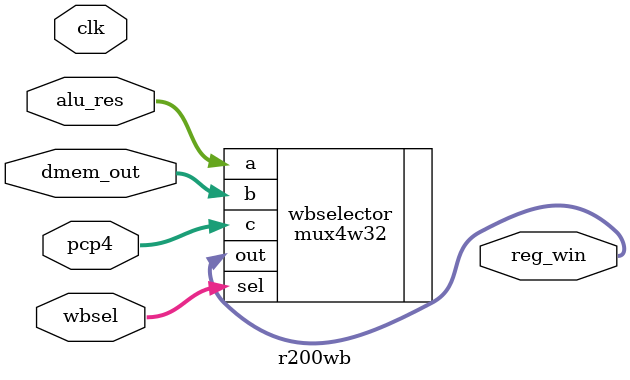
<source format=v>
module r200wb(
	clk,
	wbsel,
	dmem_out,
	alu_res,
	pcp4,
	reg_win //instrn [11:7]
);
input wire clk;
//input
input wire [1:0] wbsel;
input wire [31:0] dmem_out;
input wire [31:0] alu_res;
input wire [31:0] pcp4;
//output
output wire [31:0] reg_win;


mux4w32 wbselector( //select which data written into register
	.a(alu_res),
	.b(dmem_out),
	.c(pcp4),
	.sel(wbsel),
	.out(reg_win)
);

endmodule

</source>
